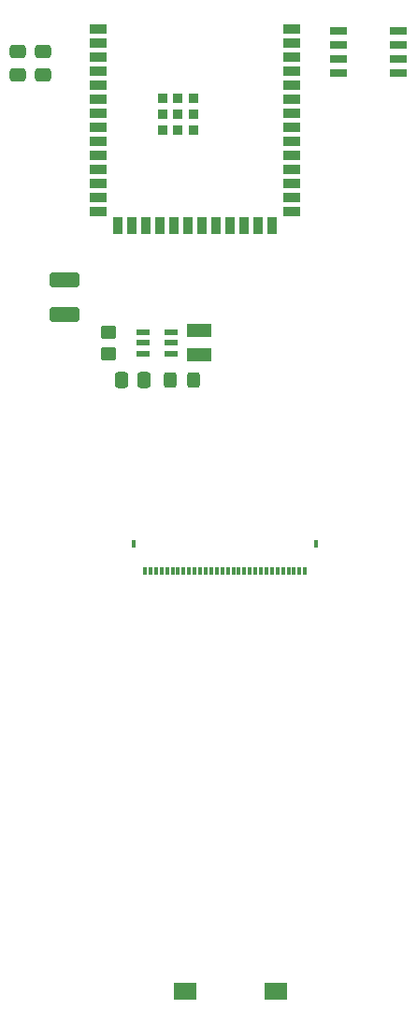
<source format=gtp>
G04 #@! TF.GenerationSoftware,KiCad,Pcbnew,8.0.1*
G04 #@! TF.CreationDate,2024-03-30T15:34:10-04:00*
G04 #@! TF.ProjectId,Bird3Controller,42697264-3343-46f6-9e74-726f6c6c6572,rev?*
G04 #@! TF.SameCoordinates,Original*
G04 #@! TF.FileFunction,Paste,Top*
G04 #@! TF.FilePolarity,Positive*
%FSLAX46Y46*%
G04 Gerber Fmt 4.6, Leading zero omitted, Abs format (unit mm)*
G04 Created by KiCad (PCBNEW 8.0.1) date 2024-03-30 15:34:10*
%MOMM*%
%LPD*%
G01*
G04 APERTURE LIST*
G04 Aperture macros list*
%AMRoundRect*
0 Rectangle with rounded corners*
0 $1 Rounding radius*
0 $2 $3 $4 $5 $6 $7 $8 $9 X,Y pos of 4 corners*
0 Add a 4 corners polygon primitive as box body*
4,1,4,$2,$3,$4,$5,$6,$7,$8,$9,$2,$3,0*
0 Add four circle primitives for the rounded corners*
1,1,$1+$1,$2,$3*
1,1,$1+$1,$4,$5*
1,1,$1+$1,$6,$7*
1,1,$1+$1,$8,$9*
0 Add four rect primitives between the rounded corners*
20,1,$1+$1,$2,$3,$4,$5,0*
20,1,$1+$1,$4,$5,$6,$7,0*
20,1,$1+$1,$6,$7,$8,$9,0*
20,1,$1+$1,$8,$9,$2,$3,0*%
G04 Aperture macros list end*
%ADD10R,1.525000X0.650000*%
%ADD11RoundRect,0.250000X-1.100000X0.412500X-1.100000X-0.412500X1.100000X-0.412500X1.100000X0.412500X0*%
%ADD12R,2.000000X1.500000*%
%ADD13RoundRect,0.250000X-0.325000X-0.450000X0.325000X-0.450000X0.325000X0.450000X-0.325000X0.450000X0*%
%ADD14RoundRect,0.250000X0.475000X-0.337500X0.475000X0.337500X-0.475000X0.337500X-0.475000X-0.337500X0*%
%ADD15R,2.200000X1.200000*%
%ADD16R,1.250000X0.600000*%
%ADD17R,1.500000X0.900000*%
%ADD18R,0.900000X1.500000*%
%ADD19R,0.900000X0.900000*%
%ADD20RoundRect,0.250000X-0.337500X-0.475000X0.337500X-0.475000X0.337500X0.475000X-0.337500X0.475000X0*%
%ADD21R,0.300000X0.800000*%
%ADD22R,0.400000X0.800000*%
%ADD23RoundRect,0.250000X0.450000X-0.350000X0.450000X0.350000X-0.450000X0.350000X-0.450000X-0.350000X0*%
G04 APERTURE END LIST*
D10*
X192288000Y-53095000D03*
X192288000Y-54365000D03*
X192288000Y-55635000D03*
X192288000Y-56905000D03*
X197712000Y-56905000D03*
X197712000Y-55635000D03*
X197712000Y-54365000D03*
X197712000Y-53095000D03*
D11*
X167500000Y-75637500D03*
X167500000Y-78762500D03*
D12*
X178400000Y-140000000D03*
X186600000Y-140000000D03*
D13*
X177075000Y-84700000D03*
X179125000Y-84700000D03*
D14*
X163250000Y-57087500D03*
X163250000Y-55012500D03*
D15*
X179650000Y-80250000D03*
X179650000Y-82450000D03*
D16*
X174600000Y-80400000D03*
X174600000Y-81350000D03*
X174600000Y-82300000D03*
X177100000Y-82300000D03*
X177100000Y-81350000D03*
X177100000Y-80400000D03*
D17*
X170500000Y-52940000D03*
X170500000Y-54210000D03*
X170500000Y-55480000D03*
X170500000Y-56750000D03*
X170500000Y-58020000D03*
X170500000Y-59290000D03*
X170500000Y-60560000D03*
X170500000Y-61830000D03*
X170500000Y-63100000D03*
X170500000Y-64370000D03*
X170500000Y-65640000D03*
X170500000Y-66910000D03*
X170500000Y-68180000D03*
X170500000Y-69450000D03*
D18*
X172265000Y-70700000D03*
X173535000Y-70700000D03*
X174805000Y-70700000D03*
X176075000Y-70700000D03*
X177345000Y-70700000D03*
X178615000Y-70700000D03*
X179885000Y-70700000D03*
X181155000Y-70700000D03*
X182425000Y-70700000D03*
X183695000Y-70700000D03*
X184965000Y-70700000D03*
X186235000Y-70700000D03*
D17*
X188000000Y-69450000D03*
X188000000Y-68180000D03*
X188000000Y-66910000D03*
X188000000Y-65640000D03*
X188000000Y-64370000D03*
X188000000Y-63100000D03*
X188000000Y-61830000D03*
X188000000Y-60560000D03*
X188000000Y-59290000D03*
X188000000Y-58020000D03*
X188000000Y-56750000D03*
X188000000Y-55480000D03*
X188000000Y-54210000D03*
X188000000Y-52940000D03*
D19*
X176350000Y-59260000D03*
X176350000Y-60660000D03*
X176350000Y-62060000D03*
X176350000Y-62060000D03*
X177750000Y-59260000D03*
X177750000Y-59260000D03*
X177750000Y-60660000D03*
X177750000Y-62060000D03*
X179150000Y-59260000D03*
X179150000Y-60660000D03*
X179150000Y-62060000D03*
D14*
X165500000Y-57087500D03*
X165500000Y-55012500D03*
D20*
X172612500Y-84700000D03*
X174687500Y-84700000D03*
D21*
X189250000Y-102000000D03*
X188750000Y-102000000D03*
X188250000Y-102000000D03*
X187750000Y-102000000D03*
X187250000Y-102000000D03*
X186750000Y-102000000D03*
X186250000Y-102000000D03*
X185750000Y-102000000D03*
X185250000Y-102000000D03*
X184750000Y-102000000D03*
X184250000Y-102000000D03*
X183750000Y-102000000D03*
X183250000Y-102000000D03*
X182750000Y-102000000D03*
X182250000Y-102000000D03*
X181750000Y-102000000D03*
X181250000Y-102000000D03*
X180750000Y-102000000D03*
X180250000Y-102000000D03*
X179750000Y-102000000D03*
X179250000Y-102000000D03*
X178750000Y-102000000D03*
X178250000Y-102000000D03*
X177750000Y-102000000D03*
X177250000Y-102000000D03*
X176750000Y-102000000D03*
X176250000Y-102000000D03*
X175750000Y-102000000D03*
X175250000Y-102000000D03*
X174750000Y-102000000D03*
D22*
X190250000Y-99500000D03*
X173750000Y-99500000D03*
D23*
X171450000Y-82350000D03*
X171450000Y-80350000D03*
M02*

</source>
